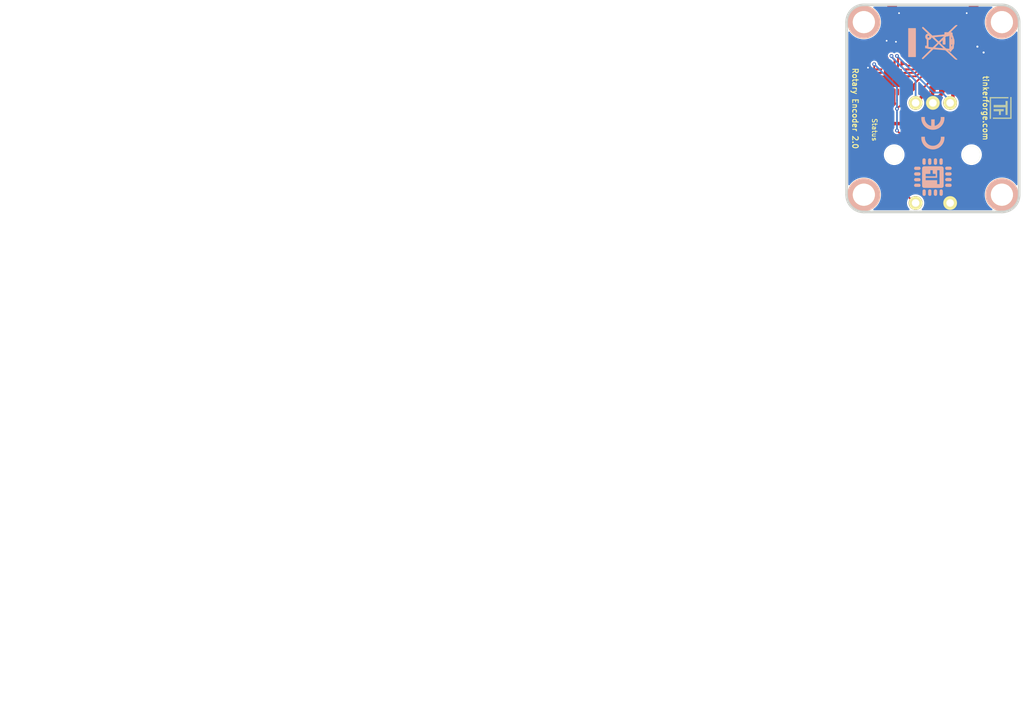
<source format=kicad_pcb>
(kicad_pcb (version 20211014) (generator pcbnew)
  (title_block (title "Rotary Encoder Bricklet") (date "2017-09-18") (rev "2.0") (company "Tinkerforge GmbH") (comment 1 "Licensed under CERN OHL v.1.1") (comment 2 "Copyright (©) 2017, L.Lauer <lukas@tinkerforge.com>"))
  (layers (0 "F.Cu" jumper "Vorderseite") (31 "B.Cu" jumper "Rückseite") (34 "B.Paste" user) (35 "F.Paste" user) (36 "B.SilkS" user "B.Silkscreen") (37 "F.SilkS" user "F.Silkscreen") (38 "B.Mask" user) (39 "F.Mask" user) (44 "Edge.Cuts" user))
  (net 0 "")
  (net 1 "GND")
  (net 2 "VCC")
  (net 3 "Net-(D1-Pad2)")
  (net 4 "Net-(P1-Pad4)")
  (net 5 "Net-(P1-Pad5)")
  (net 6 "Net-(P1-Pad6)")
  (net 7 "Net-(P2-Pad2)")
  (net 8 "Net-(P3-Pad1)")
  (net 9 "Net-(R1-Pad1)")
  (net 10 "S-MISO")
  (net 11 "S-MOSI")
  (net 12 "S-CLK")
  (net 13 "S-CS")
  (net 14 "SW1")
  (net 15 "IN_B")
  (net 16 "IN_A")
  (net 17 "Net-(C4-Pad1)")
  (net 18 "Net-(P1-Pad1)")
  (net 19 "Net-(RP2-Pad2)")
  (net 20 "Net-(U1-Pad4)")
  (net 21 "Net-(U1-Pad6)")
  (net 22 "Net-(U1-Pad8)")
  (net 23 "Net-(U1-Pad11)")
  (net 24 "Net-(U1-Pad12)")
  (net 25 "Net-(U1-Pad13)")
  (net 26 "Net-(U1-Pad14)")
  (net 27 "Net-(U1-Pad17)")
  (net 28 "Net-(U1-Pad18)")
  (net 29 "Net-(U1-Pad19)")
  (net 30 "Net-(U1-Pad20)")
  (net 31 "Net-(U1-Pad21)")
  (footprint "Logo_31x31" (layer "F.Cu") (at 163.8 100.45 -90)
    (fp_text reference "G***" hide)
    (fp_text value "Logo_31x31" hide)
  )
  (footprint "Fiducial_Mark" (layer "F.Cu") (at 141.4 93.6 -90)
    (fp_text reference "Fiducial_Mark" hide)
    (fp_text value "VAL**" hide)
    (pad "1" smd circle locked (at 0 0 270) (size 1.00076 1.00076) (layers "F.Cu" "F.Mask") (clearance 0.65024))
  )
  (footprint "Fiducial_Mark" (layer "F.Cu") (at 163.4 110.6 -90)
    (fp_text reference "Fiducial_Mark" hide)
    (fp_text value "VAL**" hide)
    (pad "1" smd circle locked (at 0 0 270) (size 1.00076 1.00076) (layers "F.Cu" "F.Mask") (clearance 0.65024))
  )
  (footprint "kicad-libraries:C0805E" (layer "F.Cu") (at 157.2 94.8 90)
    (fp_text reference "C1")
    (fp_text value "10uF")
    (pad "1" smd rect locked (at -0.95 0 90) (size 1.3 1.5) (layers "F.Cu" "F.Paste" "F.Mask") (net 2 "VCC") (clearance 0.14986))
    (pad "2" smd rect locked (at 0.95 0 90) (size 1.3 1.5) (layers "F.Cu" "F.Paste" "F.Mask") (net 1 "GND") (clearance 0.14986))
  )
  (footprint "kicad-libraries:C0603F" (layer "F.Cu") (at 158.8 94.8 90)
    (fp_text reference "C2")
    (fp_text value "1uF")
    (pad "1" smd rect locked (at -0.75 0 90) (size 0.9 0.9) (layers "F.Cu" "F.Paste" "F.Mask") (net 2 "VCC"))
    (pad "2" smd rect locked (at 0.75 0 90) (size 0.9 0.9) (layers "F.Cu" "F.Paste" "F.Mask") (net 1 "GND"))
  )
  (footprint "kicad-libraries:C0603F" (layer "F.Cu") (at 143 97.7 90)
    (fp_text reference "C3")
    (fp_text value "100nF")
    (pad "1" smd rect locked (at -0.75 0 90) (size 0.9 0.9) (layers "F.Cu" "F.Paste" "F.Mask") (net 2 "VCC"))
    (pad "2" smd rect locked (at 0.75 0 90) (size 0.9 0.9) (layers "F.Cu" "F.Paste" "F.Mask") (net 1 "GND"))
  )
  (footprint "kicad-libraries:CON-SENSOR2" (layer "F.Cu") (at 152.4 87.1 180)
    (fp_text reference "P1")
    (fp_text value "CON-SENSOR2")
    (pad "1" smd rect locked (at -3.75 -4.6 180) (size 0.6 1.8) (layers "F.Cu" "F.Paste" "F.Mask") (net 18 "Net-(P1-Pad1)"))
    (pad "2" smd rect locked (at -2.5 -4.6 180) (size 0.6 1.8) (layers "F.Cu" "F.Paste" "F.Mask") (net 1 "GND"))
    (pad "3" smd rect locked (at -1.25 -4.6 180) (size 0.6 1.8) (layers "F.Cu" "F.Paste" "F.Mask") (net 2 "VCC"))
    (pad "4" smd rect locked (at 0 -4.6 180) (size 0.6 1.8) (layers "F.Cu" "F.Paste" "F.Mask") (net 4 "Net-(P1-Pad4)"))
    (pad "5" smd rect locked (at 1.25 -4.6 180) (size 0.6 1.8) (layers "F.Cu" "F.Paste" "F.Mask") (net 5 "Net-(P1-Pad5)"))
    (pad "6" smd rect locked (at 2.5 -4.6 180) (size 0.6 1.8) (layers "F.Cu" "F.Paste" "F.Mask") (net 6 "Net-(P1-Pad6)"))
    (pad "7" smd rect locked (at 3.75 -4.6 180) (size 0.6 1.8) (layers "F.Cu" "F.Paste" "F.Mask") (net 17 "Net-(C4-Pad1)"))
    (pad "EP" smd rect locked (at -5.9 -1.2 180) (size 1.4 2.4) (layers "F.Cu" "F.Paste" "F.Mask") (net 1 "GND"))
    (pad "EP" smd rect locked (at 5.9 -1.2 180) (size 1.4 2.4) (layers "F.Cu" "F.Paste" "F.Mask") (net 1 "GND"))
  )
  (footprint "kicad-libraries:SolderJumper" (layer "F.Cu") (at 145.7 93.3 -90)
    (fp_text reference "P2")
    (fp_text value "BOOT")
    (pad "1" smd rect locked (at -0.225 0.55 270) (size 0.95 0.3) (layers "F.Cu" "F.Mask") (net 1 "GND"))
    (pad "1" smd rect locked (at -0.225 -0.55 270) (size 0.95 0.3) (layers "F.Cu" "F.Mask") (net 1 "GND"))
    (pad "1" smd rect locked (at -0.5 0 270) (size 0.4 1.4) (layers "F.Cu" "F.Mask") (net 1 "GND"))
    (pad "2" smd rect locked (at 0.15 0 270) (size 0.6 0.5) (layers "F.Cu" "F.Mask") (net 7 "Net-(P2-Pad2)"))
    (pad "2" smd rect locked (at 0.55 0 270) (size 0.3 1.4) (layers "F.Cu" "F.Mask") (net 7 "Net-(P2-Pad2)"))
  )
  (footprint "kicad-libraries:DEBUG_PAD" (layer "F.Cu") (at 146.7 101.4 -90)
    (fp_text reference "P3")
    (fp_text value "DEBUG")
    (pad "1" smd circle locked (at 0 0 270) (size 0.7 0.7) (layers "F.Cu" "F.Paste" "F.Mask") (net 8 "Net-(P3-Pad1)"))
  )
  (footprint "kicad-libraries:R0603F" (layer "F.Cu") (at 142.7 102.1 -90)
    (fp_text reference "R1")
    (fp_text value "1k")
    (pad "1" smd rect locked (at -0.75 0 270) (size 0.9 0.9) (layers "F.Cu" "F.Paste" "F.Mask") (net 9 "Net-(R1-Pad1)"))
    (pad "2" smd rect locked (at 0.75 0 270) (size 0.9 0.9) (layers "F.Cu" "F.Paste" "F.Mask") (net 3 "Net-(D1-Pad2)"))
  )
  (footprint "kicad-libraries:4X0402" (layer "F.Cu") (at 150.4 94.7 180)
    (fp_text reference "RP1")
    (fp_text value "82")
    (pad "1" smd rect locked (at -0.7493 0.575) (size 0.29972 0.65) (layers "F.Cu" "F.Paste" "F.Mask") (net 4 "Net-(P1-Pad4)"))
    (pad "2" smd rect locked (at -0.24892 0.575) (size 0.29972 0.65) (layers "F.Cu" "F.Paste" "F.Mask") (net 5 "Net-(P1-Pad5)"))
    (pad "3" smd rect locked (at 0.24892 0.575) (size 0.29972 0.65) (layers "F.Cu" "F.Paste" "F.Mask") (net 6 "Net-(P1-Pad6)"))
    (pad "4" smd rect locked (at 0.7493 0.575) (size 0.29972 0.65) (layers "F.Cu" "F.Paste" "F.Mask") (net 17 "Net-(C4-Pad1)"))
    (pad "5" smd rect locked (at 0.7493 -0.575 180) (size 0.29972 0.65) (layers "F.Cu" "F.Paste" "F.Mask") (net 10 "S-MISO"))
    (pad "6" smd rect locked (at 0.24892 -0.575 180) (size 0.29972 0.65) (layers "F.Cu" "F.Paste" "F.Mask") (net 11 "S-MOSI"))
    (pad "7" smd rect locked (at -0.24892 -0.575 180) (size 0.29972 0.65) (layers "F.Cu" "F.Paste" "F.Mask") (net 12 "S-CLK"))
    (pad "8" smd rect locked (at -0.7493 -0.575 180) (size 0.29972 0.65) (layers "F.Cu" "F.Paste" "F.Mask") (net 13 "S-CS"))
  )
  (footprint "kicad-libraries:4X0603" (layer "F.Cu") (at 153.8 96.6 180)
    (fp_text reference "RP2")
    (fp_text value "10k")
    (pad "1" smd rect locked (at -1.19888 -0.8509 180) (size 0.44958 0.89916) (layers "F.Cu" "F.Paste" "F.Mask") (net 16 "IN_A"))
    (pad "2" smd rect locked (at -0.39878 -0.8509 180) (size 0.44958 0.89916) (layers "F.Cu" "F.Paste" "F.Mask") (net 19 "Net-(RP2-Pad2)"))
    (pad "3" smd rect locked (at 0.39878 -0.8509 180) (size 0.44958 0.89916) (layers "F.Cu" "F.Paste" "F.Mask") (net 15 "IN_B"))
    (pad "4" smd rect locked (at 1.19888 -0.8509 180) (size 0.44958 0.89916) (layers "F.Cu" "F.Paste" "F.Mask") (net 14 "SW1"))
    (pad "5" smd rect locked (at 1.19888 0.8509 180) (size 0.44958 0.89916) (layers "F.Cu" "F.Paste" "F.Mask") (net 2 "VCC"))
    (pad "6" smd rect locked (at 0.39878 0.8509 180) (size 0.44958 0.89916) (layers "F.Cu" "F.Paste" "F.Mask") (net 2 "VCC"))
    (pad "7" smd rect locked (at -0.39878 0.8509 180) (size 0.44958 0.89916) (layers "F.Cu" "F.Paste" "F.Mask") (net 2 "VCC"))
    (pad "8" smd rect locked (at -1.19888 0.8509 180) (size 0.44958 0.89916) (layers "F.Cu" "F.Paste" "F.Mask") (net 2 "VCC"))
  )
  (footprint "kicad-libraries:QFN24-4x4mm-0.5mm" (layer "F.Cu") (at 146.6 97.7 -90)
    (fp_text reference "U1")
    (fp_text value "XMC110024")
    (pad "1" smd oval locked (at -2.025 -1.25 270) (size 1 0.3) (layers "F.Cu" "F.Paste" "F.Mask") (net 10 "S-MISO"))
    (pad "2" smd oval locked (at -2.025 -0.75 270) (size 1 0.3) (layers "F.Cu" "F.Paste" "F.Mask") (net 16 "IN_A"))
    (pad "3" smd oval locked (at -2.025 -0.25 270) (size 1 0.3) (layers "F.Cu" "F.Paste" "F.Mask") (net 15 "IN_B"))
    (pad "4" smd oval locked (at -2.025 0.25 270) (size 1 0.3) (layers "F.Cu" "F.Paste" "F.Mask") (net 20 "Net-(U1-Pad4)"))
    (pad "5" smd oval locked (at -2.025 0.75 270) (size 1 0.3) (layers "F.Cu" "F.Paste" "F.Mask") (net 7 "Net-(P2-Pad2)"))
    (pad "6" smd oval locked (at -2.025 1.25 270) (size 1 0.3) (layers "F.Cu" "F.Paste" "F.Mask") (net 21 "Net-(U1-Pad6)"))
    (pad "7" smd oval locked (at -1.25 2.025) (size 1 0.3) (layers "F.Cu" "F.Paste" "F.Mask") (net 14 "SW1"))
    (pad "8" smd oval locked (at -0.75 2.025) (size 1 0.3) (layers "F.Cu" "F.Paste" "F.Mask") (net 22 "Net-(U1-Pad8)"))
    (pad "9" smd oval locked (at -0.25 2.025) (size 1 0.3) (layers "F.Cu" "F.Paste" "F.Mask") (net 1 "GND"))
    (pad "10" smd oval locked (at 0.25 2.025) (size 1 0.3) (layers "F.Cu" "F.Paste" "F.Mask") (net 2 "VCC"))
    (pad "11" smd oval locked (at 0.75 2.025) (size 1 0.3) (layers "F.Cu" "F.Paste" "F.Mask") (net 23 "Net-(U1-Pad11)"))
    (pad "12" smd oval locked (at 1.25 2.025) (size 1 0.3) (layers "F.Cu" "F.Paste" "F.Mask") (net 24 "Net-(U1-Pad12)"))
    (pad "13" smd oval locked (at 2.025 1.25 270) (size 1 0.3) (layers "F.Cu" "F.Paste" "F.Mask") (net 25 "Net-(U1-Pad13)"))
    (pad "14" smd oval locked (at 2.025 0.75 270) (size 1 0.3) (layers "F.Cu" "F.Paste" "F.Mask") (net 26 "Net-(U1-Pad14)"))
    (pad "15" smd oval locked (at 2.025 0.25 270) (size 1 0.3) (layers "F.Cu" "F.Paste" "F.Mask") (net 9 "Net-(R1-Pad1)"))
    (pad "16" smd oval locked (at 2.025 -0.25 270) (size 1 0.3) (layers "F.Cu" "F.Paste" "F.Mask") (net 8 "Net-(P3-Pad1)"))
    (pad "17" smd oval locked (at 2.025 -0.75 270) (size 1 0.3) (layers "F.Cu" "F.Paste" "F.Mask") (net 27 "Net-(U1-Pad17)"))
    (pad "18" smd oval locked (at 2.025 -1.25 270) (size 1 0.3) (layers "F.Cu" "F.Paste" "F.Mask") (net 28 "Net-(U1-Pad18)"))
    (pad "19" smd oval locked (at 1.25 -2.025) (size 1 0.3) (layers "F.Cu" "F.Paste" "F.Mask") (net 29 "Net-(U1-Pad19)"))
    (pad "20" smd oval locked (at 0.75 -2.025) (size 1 0.3) (layers "F.Cu" "F.Paste" "F.Mask") (net 30 "Net-(U1-Pad20)"))
    (pad "21" smd oval locked (at 0.25 -2.025) (size 1 0.3) (layers "F.Cu" "F.Paste" "F.Mask") (net 31 "Net-(U1-Pad21)"))
    (pad "22" smd oval locked (at -0.25 -2.025) (size 1 0.3) (layers "F.Cu" "F.Paste" "F.Mask") (net 13 "S-CS"))
    (pad "23" smd oval locked (at -0.75 -2.025) (size 1 0.3) (layers "F.Cu" "F.Paste" "F.Mask") (net 12 "S-CLK"))
    (pad "24" smd oval locked (at -1.25 -2.025) (size 1 0.3) (layers "F.Cu" "F.Paste" "F.Mask") (net 11 "S-MOSI"))
    (pad "EXP" smd rect locked (at 0.65 -0.65 270) (size 1.3 1.3) (layers "F.Cu" "F.Paste" "F.Mask") (net 1 "GND"))
    (pad "EXP" smd rect locked (at -0.65 0.65 270) (size 1.3 1.3) (layers "F.Cu" "F.Paste" "F.Mask") (net 1 "GND"))
    (pad "EXP" smd rect locked (at 0.65 0.65 270) (size 1.3 1.3) (layers "F.Cu" "F.Paste" "F.Mask") (net 1 "GND"))
    (pad "EXP" smd rect locked (at -0.65 -0.65 270) (size 1.3 1.3) (layers "F.Cu" "F.Paste" "F.Mask") (net 1 "GND"))
  )
  (footprint "kicad-libraries:ROTARY_ENCODER" (layer "F.Cu") (at 152.4 108.8 90)
    (fp_text reference "U2")
    (fp_text value "ROTARY_ENCODER")
    (pad "" np_thru_hole circle locked (at 0 -5.6 90) (size 2.5 2.5) (drill 2.5) (layers *.Cu *.Mask "F.SilkS"))
    (pad "" np_thru_hole circle locked (at 0 5.6 90) (size 2.5 2.5) (drill 2.5) (layers *.Cu *.Mask "F.SilkS"))
    (pad "A" thru_hole circle locked (at 7.5 2.5 90) (size 2 2) (drill 1.1) (layers *.Cu *.Mask "F.SilkS") (net 16 "IN_A"))
    (pad "B" thru_hole circle locked (at 7.5 -2.5 90) (size 2 2) (drill 1.1) (layers *.Cu *.Mask "F.SilkS") (net 15 "IN_B"))
    (pad "C" thru_hole circle locked (at 7.5 0 90) (size 2 2) (drill 1.1) (layers *.Cu *.Mask "F.SilkS") (net 1 "GND"))
    (pad "SW1" thru_hole circle locked (at -7 -2.5 90) (size 2 2) (drill 1.1) (layers *.Cu *.Mask "F.SilkS") (net 14 "SW1"))
    (pad "SW2" thru_hole circle locked (at -7 2.5 90) (size 2 2) (drill 1.1) (layers *.Cu *.Mask "F.SilkS") (net 1 "GND"))
  )
  (footprint "kicad-libraries:DRILL_NP" (layer "F.Cu") (at 162.4 114.6 -90)
    (fp_text reference "U3" hide)
    (fp_text value "DRILL" hide)
    (pad "" np_thru_hole circle (at 0 0 270) (size 3.2 3.2) (drill 3.2) (layers F&B.Cu *.Mask) (clearance 0.89))
  )
  (footprint "kicad-libraries:DRILL_NP" (layer "F.Cu") (at 142.4 89.6 -90)
    (fp_text reference "U4" hide)
    (fp_text value "DRILL" hide)
    (pad "" np_thru_hole circle (at 0 0 270) (size 3.2 3.2) (drill 3.2) (layers F&B.Cu *.Mask) (clearance 0.89))
  )
  (footprint "kicad-libraries:DRILL_NP" (layer "F.Cu") (at 142.4 114.6 -90)
    (fp_text reference "U5" hide)
    (fp_text value "DRILL" hide)
    (pad "" np_thru_hole circle (at 0 0 270) (size 3.2 3.2) (drill 3.2) (layers F&B.Cu *.Mask) (clearance 0.89))
  )
  (footprint "kicad-libraries:DRILL_NP" (layer "F.Cu") (at 162.4 89.6 -90)
    (fp_text reference "U6" hide)
    (fp_text value "DRILL" hide)
    (pad "" np_thru_hole circle (at 0 0 270) (size 3.2 3.2) (drill 3.2) (layers F&B.Cu *.Mask) (clearance 0.89))
  )
  (footprint "kicad-libraries:C0603F" (layer "F.Cu") (at 151.6 99.3)
    (fp_text reference "C5")
    (fp_text value "10nF")
    (pad "1" smd rect locked (at -0.75 0) (size 0.9 0.9) (layers "F.Cu" "F.Paste" "F.Mask") (net 15 "IN_B"))
    (pad "2" smd rect locked (at 0.75 0) (size 0.9 0.9) (layers "F.Cu" "F.Paste" "F.Mask") (net 1 "GND"))
  )
  (footprint "kicad-libraries:C0603F" (layer "F.Cu") (at 154.5 99.3 180)
    (fp_text reference "C6")
    (fp_text value "10nF")
    (pad "1" smd rect locked (at -0.75 0 180) (size 0.9 0.9) (layers "F.Cu" "F.Paste" "F.Mask") (net 16 "IN_A"))
    (pad "2" smd rect locked (at 0.75 0 180) (size 0.9 0.9) (layers "F.Cu" "F.Paste" "F.Mask") (net 1 "GND"))
  )
  (footprint "kicad-libraries:C0402F" (layer "F.Cu") (at 148 93.4 135)
    (fp_text reference "C4")
    (fp_text value "220pF")
    (pad "1" smd rect locked (at -0.499999 0 135) (size 0.6 0.7) (layers "F.Cu" "F.Paste" "F.Mask") (net 17 "Net-(C4-Pad1)"))
    (pad "2" smd rect locked (at 0.499999 0 135) (size 0.6 0.7) (layers "F.Cu" "F.Paste" "F.Mask") (net 1 "GND"))
  )
  (footprint "kicad-libraries:D0603F" (layer "F.Cu") (at 142.7 105.2 90)
    (fp_text reference "D1")
    (fp_text value "blue")
    (pad "1" smd rect locked (at -0.75 0 90) (size 0.9 0.9) (layers "F.Cu" "F.Paste" "F.Mask") (net 2 "VCC"))
    (pad "2" smd rect locked (at 0.75 0 90) (size 0.9 0.9) (layers "F.Cu" "F.Paste" "F.Mask") (net 3 "Net-(D1-Pad2)"))
  )
  (footprint "kicad-libraries:WEEE_7mm" (layer "B.Cu") (at 152.4 92.55 90)
    (fp_text reference "VAL" hide)
    (fp_text value "WEEE_7mm" hide)
  )
  (footprint "kicad-libraries:CE_5mm" (layer "B.Cu") (at 152.4 105.65 90)
    (fp_text reference "VAL" hide)
    (fp_text value "CE_5mm" hide)
  )
  (footprint "kicad-libraries:Logo_CoMCU" (layer "B.Cu") (at 152.4 112.05 90)
    (fp_text reference "G***" hide)
    (fp_text value "LOGO" hide)
  )
  (gr_arc (start 162.4 87.1) (mid 164.167767 87.832233) (end 164.9 89.6) (layer "Edge.Cuts") (width 0.381))
  (gr_arc (start 164.9 114.6) (mid 164.167767 116.367767) (end 162.4 117.1) (layer "Edge.Cuts") (width 0.381))
  (gr_line (start 162.4 117.1) (end 142.4 117.1) (layer "Edge.Cuts") (width 0.381))
  (gr_arc (start 142.4 117.1) (mid 140.632233 116.367767) (end 139.9 114.6) (layer "Edge.Cuts") (width 0.381))
  (gr_line (start 142.4 87.1) (end 162.4 87.1) (layer "Edge.Cuts") (width 0.381))
  (gr_line (start 164.9 89.6) (end 164.9 114.6) (layer "Edge.Cuts") (width 0.381))
  (gr_arc (start 139.9 89.6) (mid 140.632233 87.832233) (end 142.4 87.1) (layer "Edge.Cuts") (width 0.381))
  (gr_line (start 139.9 114.6) (end 139.9 89.6) (layer "Edge.Cuts") (width 0.381))
  (gr_text "tinkerforge.com" (at 160.05 102.05 270) (layer "F.SilkS") (effects (font (size 0.8 0.8))))
  (gr_text "Status" (at 143.95 105.2 270) (layer "F.SilkS") (effects (font (size 0.7 0.7) (thickness 0.12))))
  (gr_text "Rotary Encoder 2.0\n" (at 141.15 102.1 270) (layer "F.SilkS") (effects (font (size 0.8 0.8))))
  (segment (start 145.55 97.45) (end 145.95 97.05) (width 0.25) (layer "F.Cu") (net 1))
  (segment (start 145.95 97.05) (end 145.95 98.35) (width 0.25) (layer "F.Cu") (net 1))
  (segment (start 145.95 98.35) (end 147.25 98.35) (width 0.25) (layer "F.Cu") (net 1))
  (segment (start 147.25 98.35) (end 147.25 97.05) (width 0.25) (layer "F.Cu") (net 1))
  (segment (start 143.85 97.45) (end 143.35 96.95) (width 0.25) (layer "F.Cu") (net 1))
  (segment (start 143.35 96.95) (end 143 96.95) (width 0.25) (layer "F.Cu") (net 1))
  (segment (start 145.15 92.925) (end 145.275 92.8) (width 0.25) (layer "F.Cu") (net 1))
  (segment (start 145.275 92.8) (end 146.175 92.8) (width 0.25) (layer "F.Cu") (net 1))
  (segment (start 146.175 92.8) (end 146.25 92.875) (width 0.25) (layer "F.Cu") (net 1))
  (segment (start 146.25 92.875) (end 146.25 93.25) (width 0.25) (layer "F.Cu") (net 1))
  (segment (start 146.25 93.25) (end 146.25 93.075) (width 0.25) (layer "F.Cu") (net 1))
  (segment (start 147.490381 92.890381) (end 147.05 92.45) (width 0.55) (layer "F.Cu") (net 1))
  (segment (start 154.9 92.8) (end 155.65 93.55) (width 0.7) (layer "F.Cu") (net 1))
  (segment (start 155.65 93.55) (end 156.95 93.55) (width 0.7) (layer "F.Cu") (net 1))
  (segment (start 156.95 93.55) (end 157.2 93.8) (width 0.7) (layer "F.Cu") (net 1))
  (segment (start 157.4 94) (end 157.2 93.8) (width 0.7) (layer "F.Cu") (net 1))
  (segment (start 147.25 97.05) (end 145.95 97.05) (width 0.25) (layer "F.Cu") (net 1))
  (segment (start 158.85 94) (end 158.85 93.15) (width 0.7) (layer "F.Cu") (net 1))
  (segment (start 152.35 99.3) (end 152.35 101.25) (width 0.5) (layer "F.Cu") (net 1))
  (segment (start 144.575 97.45) (end 145.55 97.45) (width 0.25) (layer "F.Cu") (net 1))
  (segment (start 145.7 92.8) (end 145.7 92.3) (width 0.25) (layer "F.Cu") (net 1))
  (segment (start 152.4 101.3) (end 153.8 99.9) (width 0.5) (layer "F.Cu") (net 1))
  (segment (start 145.15 93.075) (end 145.15 92.925) (width 0.25) (layer "F.Cu") (net 1))
  (segment (start 144.575 97.45) (end 143.85 97.45) (width 0.25) (layer "F.Cu") (net 1))
  (segment (start 152.35 101.25) (end 152.4 101.3) (width 0.5) (layer "F.Cu") (net 1))
  (segment (start 147.490381 92.940381) (end 147.490381 92.890381) (width 0.55) (layer "F.Cu") (net 1))
  (segment (start 153.8 99.9) (end 153.8 99.3) (width 0.5) (layer "F.Cu") (net 1))
  (segment (start 143 96.95) (end 143 96.2) (width 0.55) (layer "F.Cu") (net 1))
  (segment (start 158.85 94) (end 157.4 94) (width 0.7) (layer "F.Cu") (net 1))
  (segment (start 158.85 94) (end 159.75 94) (width 0.7) (layer "F.Cu") (net 1))
  (segment (start 146.5 88.3) (end 147.5 88.3) (width 0.55) (layer "F.Cu") (net 1))
  (segment (start 154.9 91.7) (end 154.9 92.8) (width 0.7) (layer "F.Cu") (net 1))
  (segment (start 158.3 88.3) (end 157.3 88.3) (width 0.55) (layer "F.Cu") (net 1))
  (via (at 159.75 94) (size 0.7) (drill 0.3) (layers "F.Cu" "B.Cu") (net 1))
  (via (at 143 96.2) (size 0.55) (drill 0.25) (layers "F.Cu" "B.Cu") (net 1))
  (via (at 145.7 92.3) (size 0.55) (drill 0.25) (layers "F.Cu" "B.Cu") (net 1))
  (via (at 147.5 88.3) (size 0.55) (drill 0.25) (layers "F.Cu" "B.Cu") (net 1))
  (via (at 147.05 92.45) (size 0.55) (drill 0.25) (layers "F.Cu" "B.Cu") (net 1))
  (via (at 158.85 93.15) (size 0.7) (drill 0.3) (layers "F.Cu" "B.Cu") (net 1))
  (via (at 157.3 88.3) (size 0.55) (drill 0.25) (layers "F.Cu" "B.Cu") (net 1))
  (segment (start 143.85 97.95) (end 143.35 98.45) (width 0.25) (layer "F.Cu") (net 2))
  (segment (start 143.35 98.45) (end 143 98.45) (width 0.25) (layer "F.Cu") (net 2))
  (segment (start 141.9001 106.0501) (end 141.25 105.4) (width 0.5) (layer "F.Cu") (net 2))
  (segment (start 144.0499 106.0501) (end 145.8 104.3) (width 0.5) (layer "F.Cu") (net 2))
  (segment (start 145.8 104.3) (end 155.95 104.3) (width 0.5) (layer "F.Cu") (net 2))
  (segment (start 142.25 98.45) (end 141.25 99.45) (width 0.5) (layer "F.Cu") (net 2))
  (segment (start 141.25 99.45) (end 141.25 105.4) (width 0.5) (layer "F.Cu") (net 2))
  (segment (start 153.65 93.3) (end 154.35 94) (width 0.7) (layer "F.Cu") (net 2))
  (segment (start 154.9 94.55) (end 155.4 94.55) (width 0.7) (layer "F.Cu") (net 2))
  (segment (start 155.4 94.55) (end 156.55 95.7) (width 0.7) (layer "F.Cu") (net 2))
  (segment (start 156.55 95.7) (end 157.2 95.7) (width 0.7) (layer "F.Cu") (net 2))
  (segment (start 157.4 95.5) (end 157.2 95.7) (width 0.7) (layer "F.Cu") (net 2))
  (segment (start 158.85 101.4) (end 155.95 104.3) (width 0.5) (layer "F.Cu") (net 2))
  (segment (start 154.35 94) (end 154.9 94.55) (width 0.7) (layer "F.Cu") (net 2))
  (segment (start 154.99888 95.7491) (end 154.99888 94.64888) (width 0.29972) (layer "F.Cu") (net 2))
  (segment (start 153.40122 94.89878) (end 153.75 94.55) (width 0.29972) (layer "F.Cu") (net 2))
  (segment (start 142.65 106.0501) (end 141.9001 106.0501) (width 0.5) (layer "F.Cu") (net 2))
  (segment (start 152.60112 95.09888) (end 153.15 94.55) (width 0.29972) (layer "F.Cu") (net 2))
  (segment (start 153.65 91.7) (end 153.65 93.3) (width 0.7) (layer "F.Cu") (net 2))
  (segment (start 152.60112 95.7491) (end 152.60112 95.09888) (width 0.29972) (layer "F.Cu") (net 2))
  (segment (start 153.75 94.55) (end 153.95 94.55) (width 0.29972) (layer "F.Cu") (net 2))
  (segment (start 158.85 95.5) (end 158.85 101.4) (width 0.5) (layer "F.Cu") (net 2))
  (segment (start 153.95 94.55) (end 154.9 94.55) (width 0.29972) (layer "F.Cu") (net 2))
  (segment (start 153.15 94.55) (end 153.75 94.55) (width 0.29972) (layer "F.Cu") (net 2))
  (segment (start 153.40122 95.7491) (end 153.40122 94.89878) (width 0.29972) (layer "F.Cu") (net 2))
  (segment (start 158.85 95.5) (end 157.4 95.5) (width 0.7) (layer "F.Cu") (net 2))
  (segment (start 143 98.45) (end 142.25 98.45) (width 0.5) (layer "F.Cu") (net 2))
  (segment (start 154.19878 95.7491) (end 154.19878 94.79878) (width 0.29972) (layer "F.Cu") (net 2))
  (segment (start 154.19878 94.79878) (end 153.95 94.55) (width 0.29972) (layer "F.Cu") (net 2))
  (segment (start 154.99888 94.64888) (end 154.9 94.55) (width 0.29972) (layer "F.Cu") (net 2))
  (segment (start 144.575 97.95) (end 143.85 97.95) (width 0.25) (layer "F.Cu") (net 2))
  (segment (start 142.65 106.0501) (end 144.0499 106.0501) (width 0.5) (layer "F.Cu") (net 2))
  (segment (start 142.65 102.85) (end 142.65 104.3499) (width 0.25) (layer "F.Cu") (net 3))
  (segment (start 152.4 92.7) (end 152 93.1) (width 0.25) (layer "F.Cu") (net 4))
  (segment (start 152 93.1) (end 151.5 93.1) (width 0.25) (layer "F.Cu") (net 4))
  (segment (start 151.5 93.1) (end 151.1493 93.4507) (width 0.25) (layer "F.Cu") (net 4))
  (segment (start 151.1493 93.4507) (end 151.1493 94.125) (width 0.25) (layer "F.Cu") (net 4))
  (segment (start 152.4 91.7) (end 152.4 92.7) (width 0.25) (layer "F.Cu") (net 4))
  (segment (start 151.15 92.75) (end 150.64892 93.25108) (width 0.25) (layer "F.Cu") (net 5))
  (segment (start 150.64892 93.25108) (end 150.64892 94.125) (width 0.25) (layer "F.Cu") (net 5))
  (segment (start 151.15 91.7) (end 151.15 92.75) (width 0.25) (layer "F.Cu") (net 5))
  (segment (start 149.9 92.9) (end 150.15108 93.15108) (width 0.25) (layer "F.Cu") (net 6))
  (segment (start 150.15108 93.15108) (end 150.15108 94.125) (width 0.25) (layer "F.Cu") (net 6))
  (segment (start 149.9 91.7) (end 149.9 92.9) (width 0.25) (layer "F.Cu") (net 6))
  (segment (start 145.85 94.75) (end 145.7 94.6) (width 0.25) (layer "F.Cu") (net 7))
  (segment (start 145.7 94.6) (end 145.7 93.45) (width 0.25) (layer "F.Cu") (net 7))
  (segment (start 145.85 95.675) (end 145.85 94.75) (width 0.25) (layer "F.Cu") (net 7))
  (segment (start 145.7 93.45) (end 145.7 93.85) (width 0.25) (layer "F.Cu") (net 7))
  (segment (start 146.85 101.15) (end 146.65 101.35) (width 0.25) (layer "F.Cu") (net 8))
  (segment (start 146.85 99.725) (end 146.85 101.15) (width 0.25) (layer "F.Cu") (net 8))
  (segment (start 146.35 100.6) (end 145.6 101.35) (width 0.25) (layer "F.Cu") (net 9))
  (segment (start 145.6 101.35) (end 142.65 101.35) (width 0.25) (layer "F.Cu") (net 9))
  (segment (start 146.35 99.725) (end 146.35 100.6) (width 0.25) (layer "F.Cu") (net 9))
  (segment (start 149.6507 95.711968) (end 149.462668 95.9) (width 0.25) (layer "F.Cu") (net 10))
  (segment (start 149.462668 95.9) (end 148.7 95.9) (width 0.25) (layer "F.Cu") (net 10))
  (segment (start 148.7 95.9) (end 148.475 95.675) (width 0.25) (layer "F.Cu") (net 10))
  (segment (start 148.475 95.675) (end 147.85 95.675) (width 0.25) (layer "F.Cu") (net 10))
  (segment (start 149.6507 95.275) (end 149.6507 95.711968) (width 0.25) (layer "F.Cu") (net 10))
  (segment (start 150.15108 95.94892) (end 149.65 96.45) (width 0.25) (layer "F.Cu") (net 11))
  (segment (start 149.65 96.45) (end 148.625 96.45) (width 0.25) (layer "F.Cu") (net 11))
  (segment (start 150.15108 95.275) (end 150.15108 95.94892) (width 0.25) (layer "F.Cu") (net 11))
  (segment (start 150.64892 96.15108) (end 149.85 96.95) (width 0.25) (layer "F.Cu") (net 12))
  (segment (start 149.85 96.95) (end 148.625 96.95) (width 0.25) (layer "F.Cu") (net 12))
  (segment (start 150.64892 95.275) (end 150.64892 96.15108) (width 0.25) (layer "F.Cu") (net 12))
  (segment (start 151.1493 96.288032) (end 149.987332 97.45) (width 0.25) (layer "F.Cu") (net 13))
  (segment (start 149.987332 97.45) (end 148.625 97.45) (width 0.25) (layer "F.Cu") (net 13))
  (segment (start 151.1493 95.275) (end 151.1493 96.288032) (width 0.25) (layer "F.Cu") (net 13))
  (segment (start 144.05 96.45) (end 143.9 96.3) (width 0.25) (layer "F.Cu") (net 14))
  (segment (start 143.9 96.3) (end 143.9 95.7) (width 0.25) (layer "F.Cu") (net 14))
  (segment (start 147.2 105.3) (end 148.65 106.75) (width 0.25) (layer "F.Cu") (net 14))
  (segment (start 148.65 106.75) (end 148.65 114.7) (width 0.25) (layer "F.Cu") (net 14))
  (segment (start 148.65 114.7) (end 149.9 115.95) (width 0.25) (layer "F.Cu") (net 14))
  (segment (start 148.55 100.45) (end 148.55 100.8) (width 0.25) (layer "F.Cu") (net 14))
  (segment (start 144.575 96.45) (end 144.05 96.45) (width 0.25) (layer "F.Cu") (net 14))
  (segment (start 149.65 99.35) (end 148.55 100.45) (width 0.25) (layer "F.Cu") (net 14))
  (segment (start 152.60112 97.4509) (end 150.7991 97.4509) (width 0.25) (layer "F.Cu") (net 14))
  (segment (start 148.55 100.8) (end 147.2 102.15) (width 0.25) (layer "F.Cu") (net 14))
  (segment (start 149.65 98.6) (end 149.65 99.35) (width 0.25) (layer "F.Cu") (net 14))
  (segment (start 150.7991 97.4509) (end 149.65 98.6) (width 0.25) (layer "F.Cu") (net 14))
  (via (at 147.2 105.3) (size 0.55) (drill 0.25) (layers "F.Cu" "B.Cu") (net 14))
  (via (at 147.2 102.15) (size 0.55) (drill 0.25) (layers "F.Cu" "B.Cu") (net 14))
  (via (at 143.9 95.7) (size 0.55) (drill 0.25) (layers "F.Cu" "B.Cu") (net 14))
  (segment (start 143.9 95.7) (end 147.2 99) (width 0.25) (layer "B.Cu") (net 14))
  (segment (start 147.2 99) (end 147.2 100.9) (width 0.25) (layer "B.Cu") (net 14))
  (segment (start 147.2 105.3) (end 147.2 102.15) (width 0.25) (layer "B.Cu") (net 14))
  (segment (start 147.2 102.15) (end 147.2 100.9) (width 0.25) (layer "B.Cu") (net 14))
  (segment (start 146.85 95.05) (end 146.4 94.6) (width 0.25) (layer "F.Cu") (net 15))
  (segment (start 146.4 94.6) (end 146.4 94.5) (width 0.25) (layer "F.Cu") (net 15))
  (segment (start 150.85 100.35) (end 150.85 99.3) (width 0.5) (layer "F.Cu") (net 15))
  (segment (start 149.9 101.3) (end 150.85 100.35) (width 0.5) (layer "F.Cu") (net 15))
  (segment (start 146.85 95.675) (end 146.85 95.05) (width 0.25) (layer "F.Cu") (net 15))
  (segment (start 151.75 98.4) (end 150.85 99.3) (width 0.25) (layer "F.Cu") (net 15))
  (segment (start 152.87639 98.4) (end 151.75 98.4) (width 0.25) (layer "F.Cu") (net 15))
  (segment (start 153.40122 97.87517) (end 152.87639 98.4) (width 0.25) (layer "F.Cu") (net 15))
  (segment (start 153.40122 97.4509) (end 153.40122 97.87517) (width 0.25) (layer "F.Cu") (net 15))
  (via (at 146.4 94.5) (size 0.55) (drill 0.25) (layers "F.Cu" "B.Cu") (net 15))
  (segment (start 146.4 94.5) (end 146.4 94.6) (width 0.25) (layer "B.Cu") (net 15))
  (segment (start 146.4 94.6) (end 149.9 98.1) (width 0.25) (layer "B.Cu") (net 15))
  (segment (start 149.9 98.1) (end 149.9 101.3) (width 0.25) (layer "B.Cu") (net 15))
  (segment (start 147.35 94.65) (end 147.2 94.5) (width 0.25) (layer "F.Cu") (net 16))
  (segment (start 154.9 101.3) (end 155.3 100.9) (width 0.5) (layer "F.Cu") (net 16))
  (segment (start 155.3 100.9) (end 155.3 99.3) (width 0.5) (layer "F.Cu") (net 16))
  (segment (start 147.35 95.675) (end 147.35 94.65) (width 0.25) (layer "F.Cu") (net 16))
  (segment (start 154.99888 97.4509) (end 154.99888 98.09888) (width 0.25) (layer "F.Cu") (net 16))
  (segment (start 155.3 98.4) (end 155.3 99.3) (width 0.25) (layer "F.Cu") (net 16))
  (segment (start 154.99888 98.09888) (end 155.3 98.4) (width 0.25) (layer "F.Cu") (net 16))
  (via (at 147.2 94.5) (size 0.55) (drill 0.25) (layers "F.Cu" "B.Cu") (net 16))
  (segment (start 152.5 99.8) (end 153.7 99.8) (width 0.25) (layer "B.Cu") (net 16))
  (segment (start 147.2 94.5) (end 152.5 99.8) (width 0.25) (layer "B.Cu") (net 16))
  (segment (start 153.7 99.8) (end 154.9 101) (width 0.25) (layer "B.Cu") (net 16))
  (segment (start 154.9 101) (end 154.9 101.3) (width 0.25) (layer "B.Cu") (net 16))
  (segment (start 148.65 92.75) (end 149 93.1) (width 0.25) (layer "F.Cu") (net 17))
  (segment (start 149 93.1) (end 149.4 93.1) (width 0.25) (layer "F.Cu") (net 17))
  (segment (start 149.4 93.1) (end 149.6507 93.3507) (width 0.25) (layer "F.Cu") (net 17))
  (segment (start 149.6507 93.3507) (end 149.6507 94.125) (width 0.25) (layer "F.Cu") (net 17))
  (segment (start 148.675 94.125) (end 148.409619 93.859619) (width 0.25) (layer "F.Cu") (net 17))
  (segment (start 148.65 91.7) (end 148.65 92.75) (width 0.25) (layer "F.Cu") (net 17))
  (segment (start 149.6507 94.125) (end 148.675 94.125) (width 0.25) (layer "F.Cu") (net 17))
  (zone (net 1) (net_name "GND") (layer "B.Cu") (connect_pads yes (clearance 0.25)) (min_thickness 0.22) (fill yes (thermal_gap 0.25) (thermal_bridge_width 0.25))
    (polygon (pts (xy 139.9 117) (xy 139.9 87.1) (xy 164.9 87.1) (xy 164.9 117.1)))
  )
)
</source>
